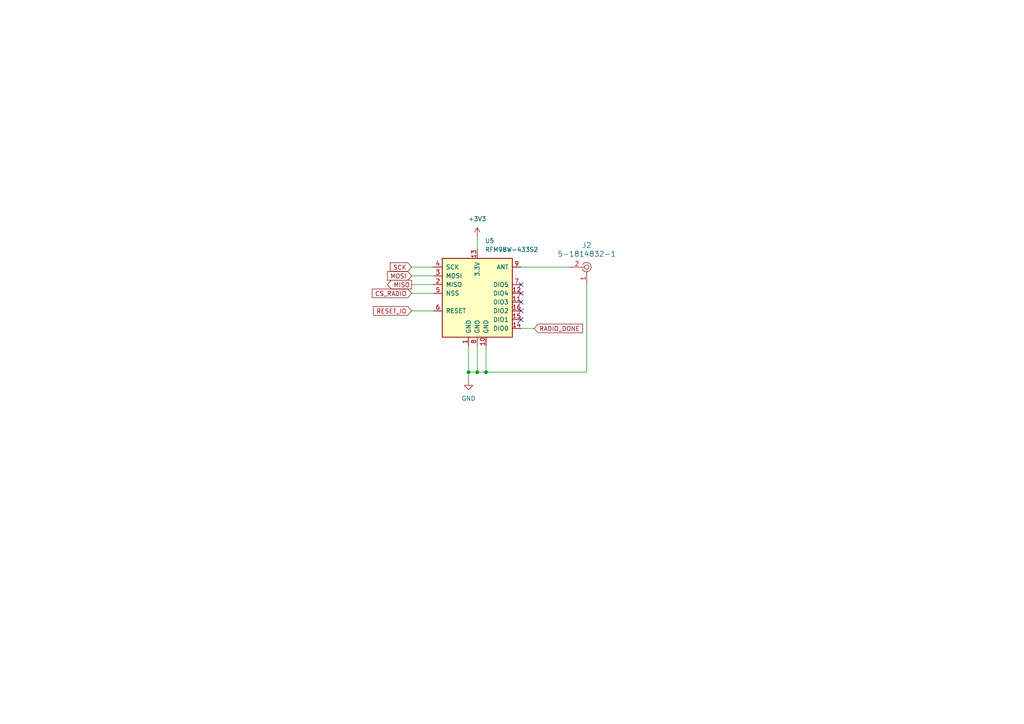
<source format=kicad_sch>
(kicad_sch (version 20231120) (generator "eeschema") (generator_version "8.0")
  (paper "A4")
  (title_block (title "Dock") (date "2024-07-20"))
  (lib_symbols
    (symbol "RF_Module:RFM98W-433S2" (pin_names (offset 1.016))
      (property "Reference" "U" (at -10.414 11.684 0))
      (property "Value" "RFM98W-433S2" (at 1.524 11.43 0))
      (symbol "RFM98W-433S2_0_1"
        (rectangle (start -10.16 10.16) (end 10.16 -12.7) (stroke (width 0.254)) (fill (type background)))
      )
      (symbol "RFM98W-433S2_1_1"
        (pin power_in line (at -2.54 -15.24 90) (length 2.54) (name "GND") (number "1"))
        (pin power_in line (at 2.54 -15.24 90) (length 2.54) (name "GND") (number "10"))
        (pin bidirectional line (at 12.7 -2.54 180) (length 2.54) (name "DIO3") (number "11"))
        (pin bidirectional line (at 12.7 0 180) (length 2.54) (name "DIO4") (number "12"))
        (pin power_in line (at 0 12.7 270) (length 2.54) (name "3.3V") (number "13"))
        (pin bidirectional line (at 12.7 -10.16 180) (length 2.54) (name "DIO0") (number "14"))
        (pin bidirectional line (at 12.7 -7.62 180) (length 2.54) (name "DIO1") (number "15"))
        (pin bidirectional line (at 12.7 -5.08 180) (length 2.54) (name "DIO2") (number "16"))
        (pin output line (at -12.7 2.54 0) (length 2.54) (name "MISO") (number "2"))
        (pin input line (at -12.7 5.08 0) (length 2.54) (name "MOSI") (number "3"))
        (pin input line (at -12.7 7.62 0) (length 2.54) (name "SCK") (number "4"))
        (pin input line (at -12.7 0 0) (length 2.54) (name "NSS") (number "5"))
        (pin bidirectional line (at -12.7 -5.08 0) (length 2.54) (name "RESET") (number "6"))
        (pin bidirectional line (at 12.7 2.54 180) (length 2.54) (name "DIO5") (number "7"))
        (pin power_in line (at 0 -15.24 90) (length 2.54) (name "GND") (number "8"))
        (pin bidirectional line (at 12.7 7.62 180) (length 2.54) (name "ANT") (number "9"))
      )
    )
    (symbol "dk_Coaxial-Connectors-RF:5-1814832-1" (pin_names (offset 1.016))
      (property "Reference" "J" (at -2.54 1.27 0))
      (property "Value" "5-1814832-1" (at 1.27 -2.54 0))
      (symbol "5-1814832-1_0_1"
        (arc (start -1.27 0) (mid -0.2651 -1.3081) (end 1.27 -0.635))
        (circle (center 0 0) (radius 0.635))
        (arc (start 1.27 0.635) (mid -0.2496 1.3256) (end -1.27 0))
      )
      (symbol "5-1814832-1_1_1"
        (pin passive line (at 0 -5.08 90) (length 3.683) (name "~") (number "1"))
        (pin passive line (at 5.08 0 180) (length 4.445) (name "~") (number "2"))
      )
    )
    (symbol "power:+3V3" (power) (pin_numbers hide) (pin_names (offset 0) hide)
      (property "Value" "+3V3" (at 0 3.556 0))
      (symbol "+3V3_0_1"
        (polyline (pts (xy -0.762 1.27) (xy 0 2.54)))
        (polyline (pts (xy 0 0) (xy 0 2.54)))
        (polyline (pts (xy 0 2.54) (xy 0.762 1.27)))
      )
      (symbol "+3V3_1_1"
        (pin power_in line (at 0 0 90) (length 0) (name "~") (number "1"))
      )
    )
    (symbol "power:GND" (power) (pin_numbers hide) (pin_names (offset 0) hide)
      (property "Value" "GND" (at 0 -3.81 0))
      (symbol "GND_0_1"
        (polyline (pts (xy 0 0) (xy 0 -1.27) (xy 1.27 -1.27) (xy 0 -2.54) (xy -1.27 -1.27) (xy 0 -1.27)))
      )
      (symbol "GND_1_1"
        (pin power_in line (at 0 0 270) (length 0) (name "~") (number "1"))
      )
    )
  )
  (junction (at 135.89 107.95))
  (junction (at 140.97 107.95))
  (junction (at 138.43 107.95))
  (no_connect (at 151.13 92.71))
  (no_connect (at 151.13 85.09))
  (no_connect (at 151.13 87.63))
  (no_connect (at 151.13 82.55))
  (no_connect (at 151.13 90.17))
  (wire (pts (xy 119.38 80.01) (xy 125.73 80.01)))
  (wire (pts (xy 138.43 68.58) (xy 138.43 72.39)))
  (wire (pts (xy 170.18 82.55) (xy 170.18 107.95)))
  (wire (pts (xy 135.89 107.95) (xy 138.43 107.95)))
  (wire (pts (xy 140.97 100.33) (xy 140.97 107.95)))
  (wire (pts (xy 119.38 82.55) (xy 125.73 82.55)))
  (wire (pts (xy 135.89 100.33) (xy 135.89 107.95)))
  (wire (pts (xy 135.89 110.49) (xy 135.89 107.95)))
  (wire (pts (xy 170.18 107.95) (xy 140.97 107.95)))
  (wire (pts (xy 154.94 95.25) (xy 151.13 95.25)))
  (wire (pts (xy 140.97 107.95) (xy 138.43 107.95)))
  (wire (pts (xy 151.13 77.47) (xy 165.1 77.47)))
  (wire (pts (xy 119.38 85.09) (xy 125.73 85.09)))
  (wire (pts (xy 119.38 77.47) (xy 125.73 77.47)))
  (wire (pts (xy 138.43 107.95) (xy 138.43 100.33)))
  (wire (pts (xy 119.38 90.17) (xy 125.73 90.17)))
  (global_label "CS_RADIO" (shape input) (at 119.38 85.09 180) (property "Intersheetrefs" "${INTERSHEET_REFS}" (effects (hide yes))))
  (global_label "MISO" (shape output) (at 119.38 82.55 180) (property "Intersheetrefs" "${INTERSHEET_REFS}" (effects (hide yes))))
  (global_label "SCK" (shape input) (at 119.38 77.47 180) (property "Intersheetrefs" "${INTERSHEET_REFS}" (effects (hide yes))))
  (global_label "MOSI" (shape input) (at 119.38 80.01 180) (property "Intersheetrefs" "${INTERSHEET_REFS}" (effects (hide yes))))
  (global_label "RESET_IO" (shape input) (at 119.38 90.17 180) (property "Intersheetrefs" "${INTERSHEET_REFS}" (effects (hide yes))))
  (global_label "RADIO_DONE" (shape input) (at 154.94 95.25 0) (property "Intersheetrefs" "${INTERSHEET_REFS}" (effects (hide yes))))
  (symbol (lib_id "power:+3V3") (at 138.43 68.58 0) (unit 1)
    (property "Reference" "#PWR08" (effects (hide yes)))
    (property "Value" "+3V3" (at 138.43 63.5 0))
    (property "Description" "Power symbol creates a global label with name \"+3V3\"" (effects (hide yes)))
  )
  (symbol (lib_id "RF_Module:RFM98W-433S2") (at 138.43 85.09 0) (unit 1)
    (property "Reference" "U5" (at 140.6241 69.85 0) (effects (justify left)))
    (property "Value" "RFM98W-433S2" (at 140.6241 72.39 0) (effects (justify left)))
    (property "Footprint" "RF_Module:HOPERF_RFM9XW_THT" (effects (hide yes)))
    (property "Datasheet" "https://www.hoperf.com/data/upload/portal/20181127/5bfcdb5e17543.pdf" (effects (hide yes)))
    (property "Description" "Low power long range transceiver module, SPI and parallel interface, 433 MHz, spreading factor 6 to12, bandwidth 7.8 to 500kHz, -111 to -148 dBm, SMD-16, DIP-16" (effects (hide yes)))
  )
  (symbol (lib_id "power:GND") (at 135.89 110.49 0) (unit 1)
    (property "Reference" "#PWR07" (effects (hide yes)))
    (property "Value" "GND" (at 135.89 115.57 0))
    (property "Description" "Power symbol creates a global label with name \"GND\" , ground" (effects (hide yes)))
  )
  (symbol (lib_id "dk_Coaxial-Connectors-RF:5-1814832-1") (at 170.18 77.47 0) (mirror y) (unit 1)
    (property "Reference" "J2" (at 170.1801 71.12 0) (effects (font (size 1.524 1.524))))
    (property "Value" "5-1814832-1" (at 170.1801 73.66 0) (effects (font (size 1.524 1.524))))
    (property "Footprint" "digikey-footprints:RF_SMA_Vertical_5-1814832-1" (effects (hide yes)))
    (property "Datasheet" "https://www.te.com/commerce/DocumentDelivery/DDEController?Action=srchrtrv&DocNm=1814832&DocType=Customer+Drawing&DocLang=English" (effects (hide yes)))
    (property "Description" "CONN SMA JACK STR 50 OHM PCB" (effects (hide yes)))
    (property "Digi-Key_PN" "A97594-ND" (effects (hide yes)))
    (property "MPN" "5-1814832-1" (effects (hide yes)))
    (property "Category" "Connectors, Interconnects" (effects (hide yes)))
    (property "Family" "Coaxial Connectors (RF)" (effects (hide yes)))
    (property "DK_Datasheet_Link" "https://www.te.com/commerce/DocumentDelivery/DDEController?Action=srchrtrv&DocNm=1814832&DocType=Customer+Drawing&DocLang=English" (effects (hide yes)))
    (property "DK_Detail_Page" "/product-detail/en/te-connectivity-amp-connectors/5-1814832-1/A97594-ND/1755982" (effects (hide yes)))
    (property "Description_1" "CONN SMA JACK STR 50 OHM PCB" (effects (hide yes)))
    (property "Manufacturer" "TE Connectivity AMP Connectors" (effects (hide yes)))
    (property "Status" "Active" (effects (hide yes)))
  )
)
</source>
